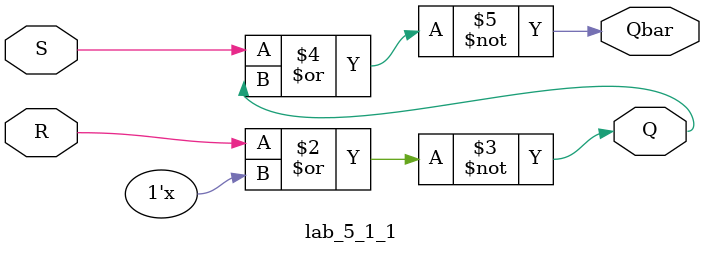
<source format=v>
`timescale 1ns / 1ps

module lab_5_1_1(S,R,Q,Qbar);

    input wire S,R;
    output reg Q,Qbar;
    
    always @ *
        begin
             Q = ~(R | Qbar);
             Qbar = ~(S | Q);
        end

        
endmodule

/*
问题：综合与实现通过，但是生成bit文件失败
原因：这个实验是生成锁存器，但是实际开发需要避免生成锁存器，所以默认状态下锁存器是被Vivado禁止的
解决方案：在setting->Bitstream->tcl.pre里面添加一个自己写的1.tcl文件
1.tcl文件内容为: set_property SEVERITY {Warning} [get_drc_checks LUTLP-1]
*/
</source>
